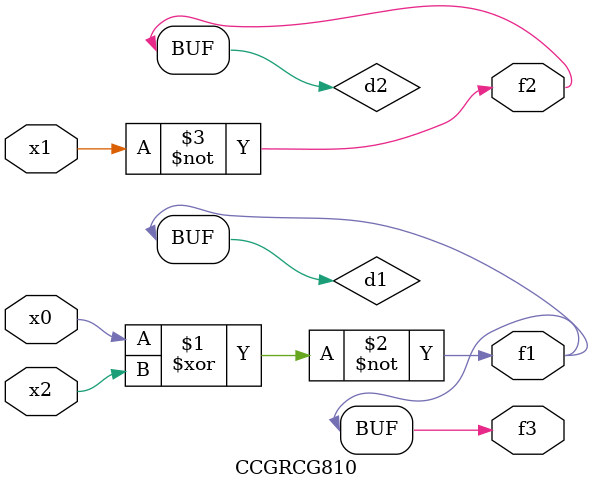
<source format=v>
module CCGRCG810(
	input x0, x1, x2,
	output f1, f2, f3
);

	wire d1, d2, d3;

	xnor (d1, x0, x2);
	nand (d2, x1);
	nor (d3, x1, x2);
	assign f1 = d1;
	assign f2 = d2;
	assign f3 = d1;
endmodule

</source>
